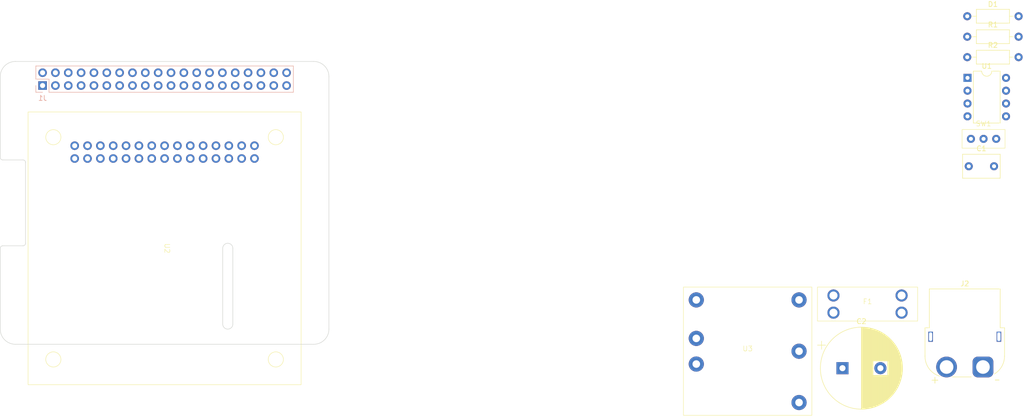
<source format=kicad_pcb>
(kicad_pcb (version 20240108) (generator "pcbnew") (generator_version "8.0")
  (title_block (date "15 nov 2012"))
  (layers (0 "F.Cu" signal) (31 "B.Cu" signal) (34 "B.Paste" user) (35 "F.Paste" user) (36 "B.SilkS" user "B.Silkscreen") (37 "F.SilkS" user "F.Silkscreen") (38 "B.Mask" user) (39 "F.Mask" user) (44 "Edge.Cuts" user))
  (net 0 "")
  (net 1 "GND")
  (net 2 "/GPIO2{slash}SDA1")
  (net 3 "/GPIO3{slash}SCL1")
  (net 4 "/GPIO4{slash}GPCLK0")
  (net 5 "/GPIO14{slash}TXD0")
  (net 6 "/GPIO15{slash}RXD0")
  (net 7 "/GPIO17")
  (net 8 "/GPIO18{slash}PCM.CLK")
  (net 9 "/GPIO27")
  (net 10 "/GPIO22")
  (net 11 "/GPIO23")
  (net 12 "/GPIO24")
  (net 13 "/GPIO10{slash}SPI0.MOSI")
  (net 14 "/GPIO9{slash}SPI0.MISO")
  (net 15 "/GPIO25")
  (net 16 "/GPIO11{slash}SPI0.SCLK")
  (net 17 "/GPIO8{slash}SPI0.CE0")
  (net 18 "/GPIO7{slash}SPI0.CE1")
  (net 19 "/ID_SDA")
  (net 20 "/ID_SCL")
  (net 21 "/GPIO5")
  (net 22 "/GPIO6")
  (net 23 "/GPIO12{slash}PWM0")
  (net 24 "/GPIO13{slash}PWM1")
  (net 25 "/GPIO19{slash}PCM.FS")
  (net 26 "/GPIO16")
  (net 27 "/GPIO26")
  (net 28 "/GPIO20{slash}PCM.DIN")
  (net 29 "/GPIO21{slash}PCM.DOUT")
  (net 30 "+5V")
  (net 31 "+3V3")
  (net 32 "Net-(D1-K)")
  (net 33 "GND_BAT")
  (net 34 "Net-(J2-Pin_2)")
  (net 35 "Net-(SW1-B)")
  (footprint "MountingHole:MountingHole_2.7mm_M2.5" (layer "F.Cu") (at 161.5 47.5)
    (property "Reference" "MH2" (hide yes))
    (property "Value" "MountingHole_2.7mm_M2.5" (hide yes))
    (pad "" np_thru_hole circle (at 0 0) (size 2.7 2.7) (drill 2.7) (layers "*.Cu" "*.Mask"))
  )
  (footprint "Connector_AMASS:AMASS_XT60PW-F_1x02_P7.20mm_Horizontal" (layer "F.Cu") (at 294.35 104.5)
    (property "Reference" "J2" (at -3.6 -16.5 0) (layer "F.SilkS"))
    (property "Value" "Conn_01x02")
    (fp_line (start -11.46 -7.76) (end -11.46 -2.15) (stroke (width 0.12)) (layer "F.SilkS"))
    (fp_line (start -11.46 -7.76) (end -10.61 -7.76) (stroke (width 0.12)) (layer "F.SilkS"))
    (fp_line (start -10.61 -15.46) (end -10.61 -7.76) (stroke (width 0.12)) (layer "F.SilkS"))
    (fp_line (start -10.61 -15.46) (end 3.41 -15.46) (stroke (width 0.12)) (layer "F.SilkS"))
    (fp_line (start -6.05 1.96) (end -2.31 1.96) (stroke (width 0.12)) (layer "F.SilkS"))
    (fp_line (start 3.41 -15.46) (end 3.41 -7.76) (stroke (width 0.12)) (layer "F.SilkS"))
    (fp_line (start 3.41 -7.76) (end 4.26 -7.76) (stroke (width 0.12)) (layer "F.SilkS"))
    (fp_line (start 4.26 -7.76) (end 4.26 -2.15) (stroke (width 0.12)) (layer "F.SilkS"))
    (fp_arc (start -8.5899 1.808718) (mid -10.677645 0.302568) (end -11.46 -2.15) (stroke (width 0.12)) (layer "F.SilkS"))
    (fp_arc (start 4.26 -2.15) (mid 3.727162 -0.126139) (end 2.266806 1.372958) (stroke (width 0.12)) (layer "F.SilkS"))
    (fp_text user "-" (at 2.8 2.5 0) (layer "F.SilkS"))
    (fp_text user "+" (at -9.5 2.5 0) (layer "F.SilkS") (effects (font (size 1.5 1.5))))
    (pad "" thru_hole rect (at -10.35 -6) (size 0.9 2) (drill oval 0.6 1.7) (layers "*.Cu" "*.Mask"))
    (pad "" thru_hole rect (at 3.15 -6) (size 0.9 2) (drill oval 0.6 1.7) (layers "*.Cu" "*.Mask"))
    (pad "1" thru_hole roundrect (at 0 0) (size 4.1 4.1) (drill 2.7) (layers "*.Cu" "*.Mask") (net 33 "GND_BAT"))
    (pad "2" thru_hole circle (at -7.2 0) (size 4.1 4.1) (drill 2.7) (layers "*.Cu" "*.Mask") (net 34 "Net-(J2-Pin_2)"))
  )
  (footprint "Package_DIP:DIP-8_W7.62mm" (layer "F.Cu") (at 291.29 47.25)
    (property "Reference" "U1" (at 3.81 -2.33 0) (layer "F.SilkS"))
    (property "Value" "24LC256")
    (fp_line (start 1.16 -1.33) (end 1.16 8.95) (stroke (width 0.12)) (layer "F.SilkS"))
    (fp_line (start 1.16 8.95) (end 6.46 8.95) (stroke (width 0.12)) (layer "F.SilkS"))
    (fp_line (start 2.81 -1.33) (end 1.16 -1.33) (stroke (width 0.12)) (layer "F.SilkS"))
    (fp_line (start 6.46 -1.33) (end 4.81 -1.33) (stroke (width 0.12)) (layer "F.SilkS"))
    (fp_line (start 6.46 8.95) (end 6.46 -1.33) (stroke (width 0.12)) (layer "F.SilkS"))
    (fp_arc (start 4.81 -1.33) (mid 3.81 -0.33) (end 2.81 -1.33) (stroke (width 0.12)) (layer "F.SilkS"))
    (pad "1" thru_hole rect (at 0 0) (size 1.6 1.6) (drill 0.8) (layers "*.Cu" "*.Mask"))
    (pad "2" thru_hole oval (at 0 2.54) (size 1.6 1.6) (drill 0.8) (layers "*.Cu" "*.Mask"))
    (pad "3" thru_hole oval (at 0 5.08) (size 1.6 1.6) (drill 0.8) (layers "*.Cu" "*.Mask"))
    (pad "4" thru_hole oval (at 0 7.62) (size 1.6 1.6) (drill 0.8) (layers "*.Cu" "*.Mask") (net 1 "GND"))
    (pad "5" thru_hole oval (at 7.62 7.62) (size 1.6 1.6) (drill 0.8) (layers "*.Cu" "*.Mask") (net 19 "/ID_SDA"))
    (pad "6" thru_hole oval (at 7.62 5.08) (size 1.6 1.6) (drill 0.8) (layers "*.Cu" "*.Mask") (net 20 "/ID_SCL"))
    (pad "7" thru_hole oval (at 7.62 2.54) (size 1.6 1.6) (drill 0.8) (layers "*.Cu" "*.Mask") (net 35 "Net-(SW1-B)"))
    (pad "8" thru_hole oval (at 7.62 0) (size 1.6 1.6) (drill 0.8) (layers "*.Cu" "*.Mask") (net 31 "+3V3"))
  )
  (footprint "Resistor_THT:R_Axial_DIN0207_L6.3mm_D2.5mm_P10.16mm_Horizontal" (layer "F.Cu") (at 291.24 39.1)
    (property "Reference" "R1" (at 5.08 -2.37 0) (layer "F.SilkS"))
    (property "Value" "3.9k")
    (fp_line (start 1.04 0) (end 1.81 0) (stroke (width 0.12)) (layer "F.SilkS"))
    (fp_line (start 1.81 -1.37) (end 1.81 1.37) (stroke (width 0.12)) (layer "F.SilkS"))
    (fp_line (start 1.81 1.37) (end 8.35 1.37) (stroke (width 0.12)) (layer "F.SilkS"))
    (fp_line (start 8.35 -1.37) (end 1.81 -1.37) (stroke (width 0.12)) (layer "F.SilkS"))
    (fp_line (start 8.35 1.37) (end 8.35 -1.37) (stroke (width 0.12)) (layer "F.SilkS"))
    (fp_line (start 9.12 0) (end 8.35 0) (stroke (width 0.12)) (layer "F.SilkS"))
    (pad "1" thru_hole circle (at 0 0) (size 1.6 1.6) (drill 0.8) (layers "*.Cu" "*.Mask") (net 31 "+3V3"))
    (pad "2" thru_hole oval (at 10.16 0) (size 1.6 1.6) (drill 0.8) (layers "*.Cu" "*.Mask") (net 19 "/ID_SDA"))
  )
  (footprint "Capacitor_THT:C_Rect_L7.2mm_W4.5mm_P5.00mm_FKS2_FKP2_MKS2_MKP2" (layer "F.Cu") (at 291.54 64.75)
    (property "Reference" "C1" (at 2.5 -3.5 0) (layer "F.SilkS"))
    (property "Value" "100n")
    (fp_line (start -1.22 -2.37) (end -1.22 2.37) (stroke (width 0.12)) (layer "F.SilkS"))
    (fp_line (start -1.22 -2.37) (end 6.22 -2.37) (stroke (width 0.12)) (layer "F.SilkS"))
    (fp_line (start -1.22 2.37) (end 6.22 2.37) (stroke (width 0.12)) (layer "F.SilkS"))
    (fp_line (start 6.22 -2.37) (end 6.22 2.37) (stroke (width 0.12)) (layer "F.SilkS"))
    (pad "1" thru_hole circle (at 0 0) (size 1.6 1.6) (drill 0.8) (layers "*.Cu" "*.Mask") (net 31 "+3V3"))
    (pad "2" thru_hole circle (at 5 0) (size 1.6 1.6) (drill 0.8) (layers "*.Cu" "*.Mask") (net 1 "GND"))
  )
  (footprint "Resistor_THT:R_Axial_DIN0207_L6.3mm_D2.5mm_P10.16mm_Horizontal" (layer "F.Cu") (at 291.24 43.15)
    (property "Reference" "R2" (at 5.08 -2.37 0) (layer "F.SilkS"))
    (property "Value" "3.9k")
    (fp_line (start 1.04 0) (end 1.81 0) (stroke (width 0.12)) (layer "F.SilkS"))
    (fp_line (start 1.81 -1.37) (end 1.81 1.37) (stroke (width 0.12)) (layer "F.SilkS"))
    (fp_line (start 1.81 1.37) (end 8.35 1.37) (stroke (width 0.12)) (layer "F.SilkS"))
    (fp_line (start 8.35 -1.37) (end 1.81 -1.37) (stroke (width 0.12)) (layer "F.SilkS"))
    (fp_line (start 8.35 1.37) (end 8.35 -1.37) (stroke (width 0.12)) (layer "F.SilkS"))
    (fp_line (start 9.12 0) (end 8.35 0) (stroke (width 0.12)) (layer "F.SilkS"))
    (pad "1" thru_hole circle (at 0 0) (size 1.6 1.6) (drill 0.8) (layers "*.Cu" "*.Mask") (net 31 "+3V3"))
    (pad "2" thru_hole oval (at 10.16 0) (size 1.6 1.6) (drill 0.8) (layers "*.Cu" "*.Mask") (net 20 "/ID_SCL"))
  )
  (footprint "MountingHole:MountingHole_2.7mm_M2.5" (layer "F.Cu") (at 103.5 96.5)
    (property "Reference" "MH3" (hide yes))
    (property "Value" "MountingHole_2.7mm_M2.5" (hide yes))
    (pad "" np_thru_hole circle (at 0 0) (size 2.7 2.7) (drill 2.7) (layers "*.Cu" "*.Mask"))
  )
  (footprint "SS-12D00G3:SS-12D00G3" (layer "F.Cu") (at 294.465 59.325)
    (property "Reference" "SW1" (at 0 -3 0) (layer "F.SilkS") (effects (font (thickness 0.1))))
    (property "Value" "SW_WP")
    (fp_rect (start -4.25 -1.85) (end 4.25 1.85) (stroke (width 0.1)) (fill none) (layer "F.SilkS"))
    (pad "1" thru_hole circle (at -2.5 0) (size 1.6 1.6) (drill 0.8) (layers "*.Cu" "*.Mask") (net 31 "+3V3"))
    (pad "2" thru_hole circle (at 0 0) (size 1.6 1.6) (drill 0.8) (layers "*.Cu" "*.Mask") (net 35 "Net-(SW1-B)"))
    (pad "3" thru_hole circle (at 2.5 0) (size 1.6 1.6) (drill 0.8) (layers "*.Cu" "*.Mask") (net 1 "GND"))
  )
  (footprint "MountingHole:MountingHole_2.7mm_M2.5" (layer "F.Cu") (at 103.5 47.5)
    (property "Reference" "MH1" (hide yes))
    (property "Value" "MountingHole_2.7mm_M2.5" (hide yes))
    (pad "" np_thru_hole circle (at 0 0) (size 2.7 2.7) (drill 2.7) (layers "*.Cu" "*.Mask"))
  )
  (footprint "Capacitor_THT:CP_Radial_D16.0mm_P7.50mm" (layer "F.Cu") (at 266.564491 104.73)
    (property "Reference" "C2" (at 3.75 -9.25 0) (layer "F.SilkS"))
    (property "Value" "C_Polarized")
    (fp_line (start -4.939491 -4.555) (end -3.339491 -4.555) (stroke (width 0.12)) (layer "F.SilkS"))
    (fp_line (start -4.139491 -5.355) (end -4.139491 -3.755) (stroke (width 0.12)) (layer "F.SilkS"))
    (fp_line (start 3.75 -8.081) (end 3.75 8.081) (stroke (width 0.12)) (layer "F.SilkS"))
    (fp_line (start 3.79 -8.08) (end 3.79 8.08) (stroke (width 0.12)) (layer "F.SilkS"))
    (fp_line (start 3.83 -8.08) (end 3.83 8.08) (stroke (width 0.12)) (layer "F.SilkS"))
    (fp_line (start 3.87 -8.08) (end 3.87 8.08) (stroke (width 0.12)) (layer "F.SilkS"))
    (fp_line (start 3.91 -8.079) (end 3.91 8.079) (stroke (width 0.12)) (layer "F.SilkS"))
    (fp_line (start 3.95 -8.078) (end 3.95 8.078) (stroke (width 0.12)) (layer "F.SilkS"))
    (fp_line (start 3.99 -8.077) (end 3.99 8.077) (stroke (width 0.12)) (layer "F.SilkS"))
    (fp_line (start 4.03 -8.076) (end 4.03 8.076) (stroke (width 0.12)) (layer "F.SilkS"))
    (fp_line (start 4.07 -8.074) (end 4.07 8.074) (stroke (width 0.12)) (layer "F.SilkS"))
    (fp_line (start 4.11 -8.073) (end 4.11 8.073) (stroke (width 0.12)) (layer "F.SilkS"))
    (fp_line (start 4.15 -8.071) (end 4.15 8.071) (stroke (width 0.12)) (layer "F.SilkS"))
    (fp_line (start 4.19 -8.069) (end 4.19 8.069) (stroke (width 0.12)) (layer "F.SilkS"))
    (fp_line (start 4.23 -8.066) (end 4.23 8.066) (stroke (width 0.12)) (layer "F.SilkS"))
    (fp_line (start 4.27 -8.064) (end 4.27 8.064) (stroke (width 0.12)) (layer "F.SilkS"))
    (fp_line (start 4.31 -8.061) (end 4.31 8.061) (stroke (width 0.12)) (layer "F.SilkS"))
    (fp_line (start 4.35 -8.058) (end 4.35 8.058) (stroke (width 0.12)) (layer "F.SilkS"))
    (fp_line (start 4.39 -8.055) (end 4.39 8.055) (stroke (width 0.12)) (layer "F.SilkS"))
    (fp_line (start 4.43 -8.052) (end 4.43 8.052) (stroke (width 0.12)) (layer "F.SilkS"))
    (fp_line (start 4.471 -8.049) (end 4.471 8.049) (stroke (width 0.12)) (layer "F.SilkS"))
    (fp_line (start 4.511 -8.045) (end 4.511 8.045) (stroke (width 0.12)) (layer "F.SilkS"))
    (fp_line (start 4.551 -8.041) (end 4.551 8.041) (stroke (width 0.12)) (layer "F.SilkS"))
    (fp_line (start 4.591 -8.037) (end 4.591 8.037) (stroke (width 0.12)) (layer "F.SilkS"))
    (fp_line (start 4.631 -8.033) (end 4.631 8.033) (stroke (width 0.12)) (layer "F.SilkS"))
    (fp_line (start 4.671 -8.028) (end 4.671 8.028) (stroke (width 0.12)) (layer "F.SilkS"))
    (fp_line (start 4.711 -8.024) (end 4.711 8.024) (stroke (width 0.12)) (layer "F.SilkS"))
    (fp_line (start 4.751 -8.019) (end 4.751 8.019) (stroke (width 0.12)) (layer "F.SilkS"))
    (fp_line (start 4.791 -8.014) (end 4.791 8.014) (stroke (width 0.12)) (layer "F.SilkS"))
    (fp_line (start 4.831 -8.008) (end 4.831 8.008) (stroke (width 0.12)) (layer "F.SilkS"))
    (fp_line (start 4.871 -8.003) (end 4.871 8.003) (stroke (width 0.12)) (layer "F.SilkS"))
    (fp_line (start 4.911 -7.997) (end 4.911 7.997) (stroke (width 0.12)) (layer "F.SilkS"))
    (fp_line (start 4.951 -7.991) (end 4.951 7.991) (stroke (width 0.12)) (layer "F.SilkS"))
    (fp_line (start 4.991 -7.985) (end 4.991 7.985) (stroke (width 0.12)) (layer "F.SilkS"))
    (fp_line (start 5.031 -7.979) (end 5.031 7.979) (stroke (width 0.12)) (layer "F.SilkS"))
    (fp_line (start 5.071 -7.972) (end 5.071 7.972) (stroke (width 0.12)) (layer "F.SilkS"))
    (fp_line (start 5.111 -7.966) (end 5.111 7.966) (stroke (width 0.12)) (layer "F.SilkS"))
    (fp_line (start 5.151 -7.959) (end 5.151 7.959) (stroke (width 0.12)) (layer "F.SilkS"))
    (fp_line (start 5.191 -7.952) (end 5.191 7.952) (stroke (width 0.12)) (layer "F.SilkS"))
    (fp_line (start 5.231 -7.944) (end 5.231 7.944) (stroke (width 0.12)) (layer "F.SilkS"))
    (fp_line (start 5.271 -7.937) (end 5.271 7.937) (stroke (width 0.12)) (layer "F.SilkS"))
    (fp_line (start 5.311 -7.929) (end 5.311 7.929) (stroke (width 0.12)) (layer "F.SilkS"))
    (fp_line (start 5.351 -7.921) (end 5.351 7.921) (stroke (width 0.12)) (layer "F.SilkS"))
    (fp_line (start 5.391 -7.913) (end 5.391 7.913) (stroke (width 0.12)) (layer "F.SilkS"))
    (fp_line (start 5.431 -7.905) (end 5.431 7.905) (stroke (width 0.12)) (layer "F.SilkS"))
    (fp_line (start 5.471 -7.896) (end 5.471 7.896) (stroke (width 0.12)) (layer "F.SilkS"))
    (fp_line (start 5.511 -7.887) (end 5.511 7.887) (stroke (width 0.12)) (layer "F.SilkS"))
    (fp_line (start 5.551 -7.878) (end 5.551 7.878) (stroke (width 0.12)) (layer "F.SilkS"))
    (fp_line (start 5.591 -7.869) (end 5.591 7.869) (stroke (width 0.12)) (layer "F.SilkS"))
    (fp_line (start 5.631 -7.86) (end 5.631 7.86) (stroke (width 0.12)) (layer "F.SilkS"))
    (fp_line (start 5.671 -7.85) (end 5.671 7.85) (stroke (width 0.12)) (layer "F.SilkS"))
    (fp_line (start 5.711 -7.84) (end 5.711 7.84) (stroke (width 0.12)) (layer "F.SilkS"))
    (fp_line (start 5.751 -7.83) (end 5.751 7.83) (stroke (width 0.12)) (layer "F.SilkS"))
    (fp_line (start 5.791 -7.82) (end 5.791 7.82) (stroke (width 0.12)) (layer "F.SilkS"))
    (fp_line (start 5.831 -7.81) (end 5.831 7.81) (stroke (width 0.12)) (layer "F.SilkS"))
    (fp_line (start 5.871 -7.799) (end 5.871 7.799) (stroke (width 0.12)) (layer "F.SilkS"))
    (fp_line (start 5.911 -7.788) (end 5.911 7.788) (stroke (width 0.12)) (layer "F.SilkS"))
    (fp_line (start 5.951 -7.777) (end 5.951 7.777) (stroke (width 0.12)) (layer "F.SilkS"))
    (fp_line (start 5.991 -7.765) (end 5.991 7.765) (stroke (width 0.12)) (layer "F.SilkS"))
    (fp_line (start 6.031 -7.754) (end 6.031 7.754) (stroke (width 0.12)) (layer "F.SilkS"))
    (fp_line (start 6.071 -7.742) (end 6.071 -1.44) (stroke (width 0.12)) (layer "F.SilkS"))
    (fp_line (start 6.071 1.44) (end 6.071 7.742) (stroke (width 0.12)) (layer "F.SilkS"))
    (fp_line (start 6.111 -7.73) (end 6.111 -1.44) (stroke (width 0.12)) (layer "F.SilkS"))
    (fp_line (start 6.111 1.44) (end 6.111 7.73) (stroke (width 0.12)) (layer "F.SilkS"))
    (fp_line (start 6.151 -7.718) (end 6.151 -1.44) (stroke (width 0.12)) (layer "F.SilkS"))
    (fp_line (start 6.151 1.44) (end 6.151 7.718) (stroke (width 0.12)) (layer "F.SilkS"))
    (fp_line (start 6.191 -7.705) (end 6.191 -1.44) (stroke (width 0.12)) (layer "F.SilkS"))
    (fp_line (start 6.191 1.44) (end 6.191 7.705) (stroke (width 0.12)) (layer "F.SilkS"))
    (fp_line (start 6.231 -7.693) (end 6.231 -1.44) (stroke (width 0.12)) (layer "F.SilkS"))
    (fp_line (start 6.231 1.44) (end 6.231 7.693) (stroke (width 0.12)) (layer "F.SilkS"))
    (fp_line (start 6.271 -7.68) (end 6.271 -1.44) (stroke (width 0.12)) (layer "F.SilkS"))
    (fp_line (start 6.271 1.44) (end 6.271 7.68) (stroke (width 0.12)) (layer "F.SilkS"))
    (fp_line (start 6.311 -7.666) (end 6.311 -1.44) (stroke (width 0.12)) (layer "F.SilkS"))
    (fp_line (start 6.311 1.44) (end 6.311 7.666) (stroke (width 0.12)) (layer "F.SilkS"))
    (fp_line (start 6.351 -7.653) (end 6.351 -1.44) (stroke (width 0.12)) (layer "F.SilkS"))
    (fp_line (start 6.351 1.44) (end 6.351 7.653) (stroke (width 0.12)) (layer "F.SilkS"))
    (fp_line (start 6.391 -7.639) (end 6.391 -1.44) (stroke (width 0.12)) (layer "F.SilkS"))
    (fp_line (start 6.391 1.44) (end 6.391 7.639) (stroke (width 0.12)) (layer "F.SilkS"))
    (fp_line (start 6.431 -7.625) (end 6.431 -1.44) (stroke (width 0.12)) (layer "F.SilkS"))
    (fp_line (start 6.431 1.44) (end 6.431 7.625) (stroke (width 0.12)) (layer "F.SilkS"))
    (fp_line (start 6.471 -7.611) (end 6.471 -1.44) (stroke (width 0.12)) (layer "F.SilkS"))
    (fp_line (start 6.471 1.44) (end 6.471 7.611) (stroke (width 0.12)) (layer "F.SilkS"))
    (fp_line (start 6.511 -7.597) (end 6.511 -1.44) (stroke (width 0.12)) (layer "F.SilkS"))
    (fp_line (start 6.511 1.44) (end 6.511 7.597) (stroke (width 0.12)) (layer "F.SilkS"))
    (fp_line (start 6.551 -7.582) (end 6.551 -1.44) (stroke (width 0.12)) (layer "F.SilkS"))
    (fp_line (start 6.551 1.44) (end 6.551 7.582) (stroke (width 0.12)) (layer "F.SilkS"))
    (fp_line (start 6.591 -7.568) (end 6.591 -1.44) (stroke (width 0.12)) (layer "F.SilkS"))
    (fp_line (start 6.591 1.44) (end 6.591 7.568) (stroke (width 0.12)) (layer "F.SilkS"))
    (fp_line (start 6.631 -7.553) (end 6.631 -1.44) (stroke (width 0.12)) (layer "F.SilkS"))
    (fp_line (start 6.631 1.44) (end 6.631 7.553) (stroke (width 0.12)) (layer "F.SilkS"))
    (fp_line (start 6.671 -7.537) (end 6.671 -1.44) (stroke (width 0.12)) (layer "F.SilkS"))
    (fp_line (start 6.671 1.44) (end 6.671 7.537) (stroke (width 0.12)) (layer "F.SilkS"))
    (fp_line (start 6.711 -7.522) (end 6.711 -1.44) (stroke (width 0.12)) (layer "F.SilkS"))
    (fp_line (start 6.711 1.44) (end 6.711 7.522) (stroke (width 0.12)) (layer "F.SilkS"))
    (fp_line (start 6.751 -7.506) (end 6.751 -1.44) (stroke (width 0.12)) (layer "F.SilkS"))
    (fp_line (start 6.751 1.44) (end 6.751 7.506) (stroke (width 0.12)) (layer "F.SilkS"))
    (fp_line (start 6.791 -7.49) (end 6.791 -1.44) (stroke (width 0.12)) (layer "F.SilkS"))
    (fp_line (start 6.791 1.44) (end 6.791 7.49) (stroke (width 0.12)) (layer "F.SilkS"))
    (fp_line (start 6.831 -7.474) (end 6.831 -1.44) (stroke (width 0.12)) (layer "F.SilkS"))
    (fp_line (start 6.831 1.44) (end 6.831 7.474) (stroke (width 0.12)) (layer "F.SilkS"))
    (fp_line (start 6.871 -7.457) (end 6.871 -1.44) (stroke (width 0.12)) (layer "F.SilkS"))
    (fp_line (start 6.871 1.44) (end 6.871 7.457) (stroke (width 0.12)) (layer "F.SilkS"))
    (fp_line (start 6.911 -7.44) (end 6.911 -1.44) (stroke (width 0.12)) (layer "F.SilkS"))
    (fp_line (start 6.911 1.44) (end 6.911 7.44) (stroke (width 0.12)) (layer "F.SilkS"))
    (fp_line (start 6.951 -7.423) (end 6.951 -1.44) (stroke (width 0.12)) (layer "F.SilkS"))
    (fp_line (start 6.951 1.44) (end 6.951 7.423) (stroke (width 0.12)) (layer "F.SilkS"))
    (fp_line (start 6.991 -7.406) (end 6.991 -1.44) (stroke (width 0.12)) (layer "F.SilkS"))
    (fp_line (start 6.991 1.44) (end 6.991 7.406) (stroke (width 0.12)) (layer "F.SilkS"))
    (fp_line (start 7.031 -7.389) (end 7.031 -1.44) (stroke (width 0.12)) (layer "F.SilkS"))
    (fp_line (start 7.031 1.44) (end 7.031 7.389) (stroke (width 0.12)) (layer "F.SilkS"))
    (fp_line (start 7.071 -7.371) (end 7.071 -1.44) (stroke (width 0.12)) (layer "F.SilkS"))
    (fp_line (start 7.071 1.44) (end 7.071 7.371) (stroke (width 0.12)) (layer "F.SilkS"))
    (fp_line (start 7.111 -7.353) (end 7.111 -1.44) (stroke (width 0.12)) (layer "F.SilkS"))
    (fp_line (start 7.111 1.44) (end 7.111 7.353) (stroke (width 0.12)) (layer "F.SilkS"))
    (fp_line (start 7.151 -7.334) (end 7.151 -1.44) (stroke (width 0.12)) (layer "F.SilkS"))
    (fp_line (start 7.151 1.44) (end 7.151 7.334) (stroke (width 0.12)) (layer "F.SilkS"))
    (fp_line (start 7.191 -7.316) (end 7.191 -1.44) (stroke (width 0.12)) (layer "F.SilkS"))
    (fp_line (start 7.191 1.44) (end 7.191 7.316) (stroke (width 0.12)) (layer "F.SilkS"))
    (fp_line (start 7.231 -7.297) (end 7.231 -1.44) (stroke (width 0.12)) (layer "F.SilkS"))
    (fp_line (start 7.231 1.44) (end 7.231 7.297) (stroke (width 0.12)) (layer "F.SilkS"))
    (fp_line (start 7.271 -7.278) (end 7.271 -1.44) (stroke (width 0.12)) (layer "F.SilkS"))
    (fp_line (start 7.271 1.44) (end 7.271 7.278) (stroke (width 0.12)) (layer "F.SilkS"))
    (fp_line (start 7.311 -7.258) (end 7.311 -1.44) (stroke (width 0.12)) (layer "F.SilkS"))
    (fp_line (start 7.311 1.44) (end 7.311 7.258) (stroke (width 0.12)) (layer "F.SilkS"))
    (fp_line (start 7.351 -7.239) (end 7.351 -1.44) (stroke (width 0.12)) (layer "F.SilkS"))
    (fp_line (start 7.351 1.44) (end 7.351 7.239) (stroke (width 0.12)) (layer "F.SilkS"))
    (fp_line (start 7.391 -7.219) (end 7.391 -1.44) (stroke (width 0.12)) (layer "F.SilkS"))
    (fp_line (start 7.391 1.44) (end 7.391 7.219) (stroke (width 0.12)) (layer "F.SilkS"))
    (fp_line (start 7.431 -7.199) (end 7.431 -1.44) (stroke (width 0.12)) (layer "F.SilkS"))
    (fp_line (start 7.431 1.44) (end 7.431 7.199) (stroke (width 0.12)) (layer "F.SilkS"))
    (fp_line (start 7.471 -7.178) (end 7.471 -1.44) (stroke (width 0.12)) (layer "F.SilkS"))
    (fp_line (start 7.471 1.44) (end 7.471 7.178) (stroke (width 0.12)) (layer "F.SilkS"))
    (fp_line (start 7.511 -7.157) (end 7.511 -1.44) (stroke (width 0.12)) (layer "F.SilkS"))
    (fp_line (start 7.511 1.44) (end 7.511 7.157) (stroke (width 0.12)) (layer "F.SilkS"))
    (fp_line (start 7.551 -7.136) (end 7.551 -1.44) (stroke (width 0.12)) (layer "F.SilkS"))
    (fp_line (start 7.551 1.44) (end 7.551 7.136) (stroke (width 0.12)) (layer "F.SilkS"))
    (fp_line (start 7.591 -7.115) (end 7.591 -1.44) (stroke (width 0.12)) (layer "F.SilkS"))
    (fp_line (start 7.591 1.44) (end 7.591 7.115) (stroke (width 0.12)) (layer "F.SilkS"))
    (fp_line (start 7.631 -7.094) (end 7.631 -1.44) (stroke (width 0.12)) (layer "F.SilkS"))
    (fp_line (start 7.631 1.44) (end 7.631 7.094) (stroke (width 0.12)) (layer "F.SilkS"))
    (fp_line (start 7.671 -7.072) (end 7.671 -1.44) (stroke (width 0.12)) (layer "F.SilkS"))
    (fp_line (start 7.671 1.44) (end 7.671 7.072) (stroke (width 0.12)) (layer "F.SilkS"))
    (fp_line (start 7.711 -7.049) (end 7.711 -1.44) (stroke (width 0.12)) (layer "F.SilkS"))
    (fp_line (start 7.711 1.44) (end 7.711 7.049) (stroke (width 0.12)) (layer "F.SilkS"))
    (fp_line (start 7.751 -7.027) (end 7.751 -1.44) (stroke (width 0.12)) (layer "F.SilkS"))
    (fp_line (start 7.751 1.44) (end 7.751 7.027) (stroke (width 0.12)) (layer "F.SilkS"))
    (fp_line (start 7.791 -7.004) (end 7.791 -1.44) (stroke (width 0.12)) (layer "F.SilkS"))
    (fp_line (start 7.791 1.44) (end 7.791 7.004) (stroke (width 0.12)) (layer "F.SilkS"))
    (fp_line (start 7.831 -6.981) (end 7.831 -1.44) (stroke (width 0.12)) (layer "F.SilkS"))
    (fp_line (start 7.831 1.44) (end 7.831 6.981) (stroke (width 0.12)) (layer "F.SilkS"))
    (fp_line (start 7.871 -6.958) (end 7.871 -1.44) (stroke (width 0.12)) (layer "F.SilkS"))
    (fp_line (start 7.871 1.44) (end 7.871 6.958) (stroke (width 0.12)) (layer "F.SilkS"))
    (fp_line (start 7.911 -6.934) (end 7.911 -1.44) (stroke (width 0.12)) (layer "F.SilkS"))
    (fp_line (start 7.911 1.44) (end 7.911 6.934) (stroke (width 0.12)) (layer "F.SilkS"))
    (fp_line (start 7.951 -6.91) (end 7.951 -1.44) (stroke (width 0.12)) (layer "F.SilkS"))
    (fp_line (start 7.951 1.44) (end 7.951 6.91) (stroke (width 0.12)) (layer "F.SilkS"))
    (fp_line (start 7.991 -6.886) (end 7.991 -1.44) (stroke (width 0.12)) (layer "F.SilkS"))
    (fp_line (start 7.991 1.44) (end 7.991 6.886) (stroke (width 0.12)) (layer "F.SilkS"))
    (fp_line (start 8.031 -6.861) (end 8.031 -1.44) (stroke (width 0.12)) (layer "F.SilkS"))
    (fp_line (start 8.031 1.44) (end 8.031 6.861) (stroke (width 0.12)) (layer "F.SilkS"))
    (fp_line (start 8.071 -6.836) (end 8.071 -1.44) (stroke (width 0.12)) (layer "F.SilkS"))
    (fp_line (start 8.071 1.44) (end 8.071 6.836) (stroke (width 0.12)) (layer "F.SilkS"))
    (fp_line (start 8.111 -6.811) (end 8.111 -1.44) (stroke (width 0.12)) (layer "F.SilkS"))
    (fp_line (start 8.111 1.44) (end 8.111 6.811) (stroke (width 0.12)) (layer "F.SilkS"))
    (fp_line (start 8.151 -6.785) (end 8.151 -1.44) (stroke (width 0.12)) (layer "F.SilkS"))
    (fp_line (start 8.151 1.44) (end 8.151 6.785) (stroke (width 0.12)) (layer "F.SilkS"))
    (fp_line (start 8.191 -6.759) (end 8.191 -1.44) (stroke (width 0.12)) (layer "F.SilkS"))
    (fp_line (start 8.191 1.44) (end 8.191 6.759) (stroke (width 0.12)) (layer "F.SilkS"))
    (fp_line (start 8.231 -6.733) (end 8.231 -1.44) (stroke (width 0.12)) (layer "F.SilkS"))
    (fp_line (start 8.231 1.44) (end 8.231 6.733) (stroke (width 0.12)) (layer "F.SilkS"))
    (fp_line (start 8.271 -6.706) (end 8.271 -1.44) (stroke (width 0.12)) (layer "F.SilkS"))
    (fp_line (start 8.271 1.44) (end 8.271 6.706) (stroke (width 0.12)) (layer "F.SilkS"))
    (fp_line (start 8.311 -6.679) (end 8.311 -1.44) (stroke (width 0.12)) (layer "F.SilkS"))
    (fp_line (start 8.311 1.44) (end 8.311 6.679) (stroke (width 0.12)) (layer "F.SilkS"))
    (fp_line (start 8.351 -6.652) (end 8.351 -1.44) (stroke (width 0.12)) (layer "F.SilkS"))
    (fp_line (start 8.351 1.44) (end 8.351 6.652) (stroke (width 0.12)) (layer "F.SilkS"))
    (fp_line (start 8.391 -6.624) (end 8.391 -1.44) (stroke (width 0.12)) (layer "F.SilkS"))
    (fp_line (start 8.391 1.44) (end 8.391 6.624) (stroke (width 0.12)) (layer "F.SilkS"))
    (fp_line (start 8.431 -6.596) (end 8.431 -1.44) (stroke (width 0.12)) (layer "F.SilkS"))
    (fp_line (start 8.431 1.44) (end 8.431 6.596) (stroke (width 0.12)) (layer "F.SilkS"))
    (fp_line (start 8.471 -6.568) (end 8.471 -1.44) (stroke (width 0.12)) (layer "F.SilkS"))
    (fp_line (start 8.471 1.44) (end 8.471 6.568) (stroke (width 0.12)) (layer "F.SilkS"))
    (fp_line (start 8.511 -6.539) (end 8.511 -1.44) (stroke (width 0.12)) (layer "F.SilkS"))
    (fp_line (start 8.511 1.44) (end 8.511 6.539) (stroke (width 0.12)) (layer "F.SilkS"))
    (fp_line (start 8.551 -6.51) (end 8.551 -1.44) (stroke (width 0.12)) (layer "F.SilkS"))
    (fp_line (start 8.551 1.44) (end 8.551 6.51) (stroke (width 0.12)) (layer "F.SilkS"))
    (fp_line (start 8.591 -6.48) (end 8.591 -1.44) (stroke (width 0.12)) (layer "F.SilkS"))
    (fp_line (start 8.591 1.44) (end 8.591 6.48) (stroke (width 0.12)) (layer "F.SilkS"))
    (fp_line (start 8.631 -6.45) (end 8.631 -1.44) (stroke (width 0.12)) (layer "F.SilkS"))
    (fp_line (start 8.631 1.44) (end 8.631 6.45) (stroke (width 0.12)) (layer "F.SilkS"))
    (fp_line (start 8.671 -6.42) (end 8.671 -1.44) (stroke (width 0.12)) (layer "F.SilkS"))
    (fp_line (start 8.671 1.44) (end 8.671 6.42) (stroke (width 0.12)) (layer "F.SilkS"))
    (fp_line (start 8.711 -6.39) (end 8.711 -1.44) (stroke (width 0.12)) (layer "F.SilkS"))
    (fp_line (start 8.711 1.44) (end 8.711 6.39) (stroke (width 0.12)) (layer "F.SilkS"))
    (fp_line (start 8.751 -6.358) (end 8.751 -1.44) (stroke (width 0.12)) (layer "F.SilkS"))
    (fp_line (start 8.751 1.44) (end 8.751 6.358) (stroke (width 0.12)) (layer "F.SilkS"))
    (fp_line (start 8.791 -6.327) (end 8.791 -1.44) (stroke (width 0.12)) (layer "F.SilkS"))
    (fp_line (start 8.791 1.44) (end 8.791 6.327) (stroke (width 0.12)) (layer "F.SilkS"))
    (fp_line (start 8.831 -6.295) (end 8.831 -1.44) (stroke (width 0.12)) (layer "F.SilkS"))
    (fp_line (start 8.831 1.44) (end 8.831 6.295) (stroke (width 0.12)) (layer "F.SilkS"))
    (fp_line (start 8.871 -6.263) (end 8.871 -1.44) (stroke (width 0.12)) (layer "F.SilkS"))
    (fp_line (start 8.871 1.44) (end 8.871 6.263) (stroke (width 0.12)) (layer "F.SilkS"))
    (fp_line (start 8.911 -6.23) (end 8.911 -1.44) (stroke (width 0.12)) (layer "F.SilkS"))
    (fp_line (start 8.911 1.44) (end 8.911 6.23) (stroke (width 0.12)) (layer "F.SilkS"))
    (fp_line (start 8.951 -6.197) (end 8.951 6.197) (stroke (width 0.12)) (layer "F.SilkS"))
    (fp_line (start 8.991 -6.163) (end 8.991 6.163) (stroke (width 0.12)) (layer "F.SilkS"))
    (fp_line (start 9.031 -6.129) (end 9.031 6.129) (stroke (width 0.12)) (layer "F.SilkS"))
    (fp_line (start 9.071 -6.095) (end 9.071 6.095) (stroke (width 0.12)) (layer "F.SilkS"))
    (fp_line (start 9.111 -6.06) (end 9.111 6.06) (stroke (width 0.12)) (layer "F.SilkS"))
    (fp_line (start 9.151 -6.025) (end 9.151 6.025) (stroke (width 0.12)) (layer "F.SilkS"))
    (fp_line (start 9.191 -5.989) (end 9.191 5.989) (stroke (width 0.12)) (layer "F.SilkS"))
    (fp_line (start 9.231 -5.952) (end 9.231 5.952) (stroke (width 0.12)) (layer "F.SilkS"))
    (fp_line (start 9.271 -5.916) (end 9.271 5.916) (stroke (width 0.12)) (layer "F.SilkS"))
    (fp_line (start 9.311 -5.878) (end 9.311 5.878) (stroke (width 0.12)) (layer "F.SilkS"))
    (fp_line (start 9.351 -5.84) (end 9.351 5.84) (stroke (width 0.12)) (layer "F.SilkS"))
    (fp_line (start 9.391 -5.802) (end 9.391 5.802) (stroke (width 0.12)) (layer "F.SilkS"))
    (fp_line (start 9.431 -5.763) (end 9.431 5.763) (stroke (width 0.12)) (layer "F.SilkS"))
    (fp_line (start 9.471 -5.724) (end 9.471 5.724) (stroke (width 0.12)) (layer "F.SilkS"))
    (fp_line (start 9.511 -5.684) (end 9.511 5.684) (stroke (width 0.12)) (layer "F.SilkS"))
    (fp_line (start 9.551 -5.643) (end 9.551 5.643) (stroke (width 0.12)) (layer "F.SilkS"))
    (fp_line (start 9.591 -5.602) (end 9.591 5.602) (stroke (width 0.12)) (layer "F.SilkS"))
    (fp_line (start 9.631 -5.56) (end 9.631 5.56) (stroke (width 0.12)) (layer "F.SilkS"))
    (fp_line (start 9.671 -5.518) (end 9.671 5.518) (stroke (width 0.12)) (layer "F.SilkS"))
    (fp_line (start 9.711 -5.475) (end 9.711 5.475) (stroke (width 0.12)) (layer "F.SilkS"))
    (fp_line (start 9.751 -5.432) (end 9.751 5.432) (stroke (width 0.12)) (layer "F.SilkS"))
    (fp_line (start 9.791 -5.388) (end 9.791 5.388) (stroke (width 0.12)) (layer "F.SilkS"))
    (fp_line (start 9.831 -5.343) (end 9.831 5.343) (stroke (width 0.12)) (layer "F.SilkS"))
    (fp_line (start 9.871 -5.297) (end 9.871 5.297) (stroke (width 0.12)) (layer "F.SilkS"))
    (fp_line (start 9.911 -5.251) (end 9.911 5.251) (stroke (width 0.12)) (layer "F.SilkS"))
    (fp_line (start 9.951 -5.204) (end 9.951 5.204) (stroke (width 0.12)) (layer "F.SilkS"))
    (fp_line (start 9.991 -5.156) (end 9.991 5.156) (stroke (width 0.12)) (layer "F.SilkS"))
    (fp_line (start 10.031 -5.108) (end 10.031 5.108) (stroke (width 0.12)) (layer "F.SilkS"))
    (fp_line (start 10.071 -5.059) (end 10.071 5.059) (stroke (width 0.12)) (layer "F.SilkS"))
    (fp_line (start 10.111 -5.009) (end 10.111 5.009) (stroke (width 0.12)) (layer "F.SilkS"))
    (fp_line (start 10.151 -4.958) (end 10.151 4.958) (stroke (width 0.12)) (layer "F.SilkS"))
    (fp_line (start 10.191 -4.906) (end 10.191 4.906) (stroke (width 0.12)) (layer "F.SilkS"))
    (fp_line (start 10.231 -4.854) (end 10.231 4.854) (stroke (width 0.12)) (layer "F.SilkS"))
    (fp_line (start 10.271 -4.8) (end 10.271 4.8) (stroke (width 0.12)) (layer "F.SilkS"))
    (fp_line (start 10.311 -4.746) (end 10.311 4.746) (stroke (width 0.12)) (layer "F.SilkS"))
    (fp_line (start 10.351 -4.691) (end 10.351 4.691) (stroke (width 0.12)) (layer "F.SilkS"))
    (fp_line (start 10.391 -4.634) (end 10.391 4.634) (stroke (width 0.12)) (layer "F.SilkS"))
    (fp_line (start 10.431 -4.577) (end 10.431 4.577) (stroke (width 0.12)) (layer "F.SilkS"))
    (fp_line (start 10.471 -4.519) (end 10.471 4.519) (stroke (width 0.12)) (layer "F.SilkS"))
    (fp_line (start 10.511 -4.459) (end 10.511 4.459) (stroke (width 0.12)) (layer "F.SilkS"))
    (fp_line (start 10.551 -4.398) (end 10.551 4.398) (stroke (width 0.12)) (layer "F.SilkS"))
    (fp_line (start 10.591 -4.336) (end 10.591 4.336) (stroke (width 0.12)) (layer "F.SilkS"))
    (fp_line (start 10.631 -4.273) (end 10.631 4.273) (stroke (width 0.12)) (layer "F.SilkS"))
    (fp_line (start 10.671 -4.209) (end 10.671 4.209) (stroke (width 0.12)) (layer "F.SilkS"))
    (fp_line (start 10.711 -4.143) (end 10.711 4.143) (stroke (width 0.12)) (layer "F.SilkS"))
    (fp_line (start 10.751 -4.076) (end 10.751 4.076) (stroke (width 0.12)) (layer "F.SilkS"))
    (fp_line (start 10.791 -4.007) (end 10.791 4.007) (stroke (width 0.12)) (layer "F.SilkS"))
    (fp_line (start 10.831 -3.936) (end 10.831 3.936) (stroke (width 0.12)) (layer "F.SilkS"))
    (fp_line (start 10.871 -3.864) (end 10.871 3.864) (stroke (width 0.12)) (layer "F.SilkS"))
    (fp_line (start 10.911 -3.79) (end 10.911 3.79) (stroke (width 0.12)) (layer "F.SilkS"))
    (fp_line (start 10.951 -3.715) (end 10.951 3.715) (stroke (width 0.12)) (layer "F.SilkS"))
    (fp_line (start 10.991 -3.637) (end 10.991 3.637) (stroke (width 0.12)) (layer "F.SilkS"))
    (fp_line (start 11.031 -3.557) (end 11.031 3.557) (stroke (width 0.12)) (layer "F.SilkS"))
    (fp_line (start 11.071 -3.475) (end 11.071 3.475) (stroke (width 0.12)) (layer "F.SilkS"))
    (fp_line (start 11.111 -3.39) (end 11.111 3.39) (stroke (width 0.12)) (layer "F.SilkS"))
    (fp_line (start 11.151 -3.303) (end 11.151 3.303) (stroke (width 0.12)) (layer "F.SilkS"))
    (fp_line (start 11.191 -3.213) (end 11.191 3.213) (stroke (width 0.12)) (layer "F.SilkS"))
    (fp_line (start 11.231 -3.12) (end 11.231 3.12) (stroke (width 0.12)) (layer "F.SilkS"))
    (fp_line (start 11.271 -3.024) (end 11.271 3.024) (stroke (width 0.12)) (layer "F.SilkS"))
    (fp_line (start 11.311 -2.924) (end 11.311 2.924) (stroke (width 0.12)) (layer "F.SilkS"))
    (fp_line (start 11.351 -2.82) (end 11.351 2.82) (stroke (width 0.12)) (layer "F.SilkS"))
    (fp_line (start 11.391 -2.711) (end 11.391 2.711) (stroke (width 0.12)) (layer "F.SilkS"))
    (fp_line (start 11.431 -2.597) (end 11.431 2.597) (stroke (width 0.12)) (layer "F.SilkS"))
    (fp_line (start 11.471 -2.478) (end 11.471 2.478) (stroke (width 0.12)) (layer "F.SilkS"))
    (fp_line (start 11.511 -2.351) (end 11.511 2.351) (stroke (width 0.12)) (layer "F.SilkS"))
    (fp_line (start 11.551 -2.218) (end 11.551 2.218) (stroke (width 0.12)) (layer "F.SilkS"))
    (fp_line (start 11.591 -2.074) (end 11.591 2.074) (stroke (width 0.12)) (layer "F.SilkS"))
    (fp_line (start 11.631 -1.92) (end 11.631 1.92) (stroke (width 0.12)) (layer "F.SilkS"))
    (fp_line (start 11.671 -1.752) (end 11.671 1.752) (stroke (width 0.12)) (layer "F.SilkS"))
    (fp_line (start 11.711 -1.564) (end 11.711 1.564) (stroke (width 0.12)) (layer "F.SilkS"))
    (fp_line (start 11.751 -1.351) (end 11.751 1.351) (stroke (width 0.12)) (layer "F.SilkS"))
    (fp_line (start 11.791 -1.098) (end 11.791 1.098) (stroke (width 0.12)) (layer "F.SilkS"))
    (fp_line (start 11.831 -0.765) (end 11.831 0.765) (stroke (width 0.12)) (layer "F.SilkS"))
    (fp_circle (center 3.75 0) (end 11.87 0) (stroke (width 0.12)) (fill none) (layer "F.SilkS"))
    (pad "1" thru_hole rect (at 0 0) (size 2.4 2.4) (drill 1.2) (layers "*.Cu" "*.Mask") (net 32 "Net-(D1-K)"))
    (pad "2" thru_hole circle (at 7.5 0) (size 2.4 2.4) (drill 1.2) (layers "*.Cu" "*.Mask") (net 33 "GND_BAT"))
  )
  (footprint "Resistor_THT:R_Axial_DIN0207_L6.3mm_D2.5mm_P10.16mm_Horizontal" (layer "F.Cu") (at 291.24 35.05)
    (property "Reference" "D1" (at 5.08 -2.37 0) (layer "F.SilkS"))
    (property "Value" "D_Schottky")
    (fp_line (start 1.04 0) (end 1.81 0) (stroke (width 0.12)) (layer "F.SilkS"))
    (fp_line (start 1.81 -1.37) (end 1.81 1.37) (stroke (width 0.12)) (layer "F.SilkS"))
    (fp_line (start 1.81 1.37) (end 8.35 1.37) (stroke (width 0.12)) (layer "F.SilkS"))
    (fp_line (start 8.35 -1.37) (end 1.81 -1.37) (stroke (width 0.12)) (layer "F.SilkS"))
    (fp_line (start 8.35 1.37) (end 8.35 -1.37) (stroke (width 0.12)) (layer "F.SilkS"))
    (fp_line (start 9.12 0) (end 8.35 0) (stroke (width 0.12)) (layer "F.SilkS"))
    (pad "1" thru_hole circle (at 0 0) (size 1.6 1.6) (drill 0.8) (layers "*.Cu" "*.Mask") (net 32 "Net-(D1-K)"))
    (pad "2" thru_hole oval (at 10.16 0) (size 1.6 1.6) (drill 0.8) (layers "*.Cu" "*.Mask") (net 33 "GND_BAT"))
  )
  (footprint "3557-15:3557-15" (layer "F.Cu") (at 271.52 92.04)
    (property "Reference" "F1" (at 0 -0.5 0) (layer "F.SilkS") (effects (font (thickness 0.1))))
    (property "Value" "Fuse")
    (fp_rect (start -9.905 -3.365) (end 9.905 3.365) (stroke (width 0.1)) (fill none) (layer "F.SilkS"))
    (pad "1" thru_hole circle (at -6.735 -1.7) (size 2.4 2.4) (drill 1.6) (layers "*.Cu" "*.Mask") (net 34 "Net-(J2-Pin_2)"))
    (pad "1" thru_hole circle (at -6.735 1.7) (size 2.4 2.4) (drill 1.6) (layers "*.Cu" "*.Mask") (net 34 "Net-(J2-Pin_2)"))
    (pad "2" thru_hole circle (at 6.735 -1.7) (size 2.4 2.4) (drill 1.6) (layers "*.Cu" "*.Mask") (net 32 "Net-(D1-K)"))
    (pad "2" thru_hole circle (at 6.735 1.7) (size 2.4 2.4) (drill 1.6) (layers "*.Cu" "*.Mask") (net 32 "Net-(D1-K)"))
  )
  (footprint "MountingHole:MountingHole_2.7mm_M2.5" (layer "F.Cu") (at 161.5 96.5)
    (property "Reference" "MH4" (hide yes))
    (property "Value" "MountingHole_2.7mm_M2.5" (hide yes))
    (pad "" np_thru_hole circle (at 0 0) (size 2.7 2.7) (drill 2.7) (layers "*.Cu" "*.Mask"))
  )
  (footprint "CCG30-24-05S:CCG30-24-05S" (layer "F.Cu") (at 247.815 101.375)
    (property "Reference" "U3" (at 0 -0.5 0) (layer "F.SilkS") (effects (font (thickness 0.1))))
    (property "Value" "CCG20-24-05S")
    (fp_rect (start -12.7 -12.7) (end 12.7 12.7) (stroke (width 0.1)) (fill none) (layer "F.SilkS"))
    (pad "0" thru_hole circle (at -10.16 -10.16) (size 3 3) (drill 1.5) (layers "*.Cu" "*.Mask") (net 33 "GND_BAT"))
    (pad "1" thru_hole circle (at -10.16 -2.54) (size 3 3) (drill 1.5) (layers "*.Cu" "*.Mask") (net 33 "GND_BAT"))
    (pad "2" thru_hole circle (at -10.16 2.54) (size 3 3) (drill 1.5) (layers "*.Cu" "*.Mask") (net 32 "Net-(D1-K)"))
    (pad "3" thru_hole circle (at 10.16 10.16) (size 3 3) (drill 1.5) (layers "*.Cu" "*.Mask"))
    (pad "4" thru_hole circle (at 10.16 0) (size 3 3) (drill 1.5) (layers "*.Cu" "*.Mask") (net 30 "+5V"))
    (pad "5" thru_hole circle (at 10.16 -10.16) (size 3 3) (drill 1.5) (layers "*.Cu" "*.Mask"))
  )
  (footprint "llm_hat:llm_module" (layer "F.Cu") (at 132.5 81 -90)
    (property "Reference" "U2" (at 0 -0.5 -90) (layer "F.SilkS") (effects (font (thickness 0.1))))
    (property "Value" "~")
    (fp_rect (start -27 -27) (end 27 27) (stroke (width 0.1)) (fill none) (layer "F.SilkS"))
    (fp_circle (center -22 22) (end -20.5 22) (stroke (width 0.1)) (fill none) (layer "F.SilkS"))
    (fp_circle (center 22 22) (end 23.5 22) (stroke (width 0.1)) (fill none) (layer "F.SilkS"))
    (fp_circle (center -22 -22) (end -20.5 -22) (stroke (width 0.1)) (fill none) (layer "F.SilkS"))
    (fp_circle (center 22 -22) (end 23.5 -22) (stroke (width 0.1)) (fill none) (layer "F.SilkS"))
    (pad "0" thru_hole circle (at -17.78 -17.78 270) (size 1.7 1.7) (drill 1) (layers "*.Cu" "*.Mask"))
    (pad "1" thru_hole circle (at -17.78 -15.24 270) (size 1.7 1.7) (drill 1) (layers "*.Cu" "*.Mask"))
    (pad "2" thru_hole circle (at -17.78 -12.7 270) (size 1.7 1.7) (drill 1) (layers "*.Cu" "*.Mask"))
    (pad "3" thru_hole circle (at -17.78 -10.16 270) (size 1.7 1.7) (drill 1) (layers "*.Cu" "*.Mask"))
    (pad "4" thru_hole circle (at -17.78 -7.62 270) (size 1.7 1.7) (drill 1) (layers "*.Cu" "*.Mask"))
    (pad "5" thru_hole circle (at -17.78 -5.08 270) (size 1.7 1.7) (drill 1) (layers "*.Cu" "*.Mask"))
    (pad "6" thru_hole circle (at -17.78 -2.54 270) (size 1.7 1.7) (drill 1) (layers "*.Cu" "*.Mask"))
    (pad "7" thru_hole circle (at -17.78 0 270) (size 1.7 1.7) (drill 1) (layers "*.Cu" "*.Mask") (net 6 "/GPIO15{slash}RXD0"))
    (pad "8" thru_hole circle (at -17.78 2.54 270) (size 1.7 1.7) (drill 1) (layers "*.Cu" "*.Mask"))
    (pad "9" thru_hole circle (at -17.78 5.08 270) (size 1.7 1.7) (drill 1) (layers "*.Cu" "*.Mask"))
    (pad "10" thru_hole circle (at -17.78 7.62 270) (size 1.7 1.7) (drill 1) (layers "*.Cu" "*.Mask"))
    (pad "11" thru_hole circle (at -17.78 10.16 270) (size 1.7 1.7) (drill 1) (layers "*.Cu" "*.Mask"))
    (pad "12" thru_hole circle (at -17.78 12.7 270) (size 1.7 1.7) (drill 1) (layers "*.Cu" "*.Mask"))
    (pad "13" thru_hole circle (at -17.78 15.24 270) (size 1.7 1.7) (drill 1) (layers "*.Cu" "*.Mask") (net 30 "+5V"))
    (pad "14" thru_hole circle (at -17.78 17.78 270) (size 1.7 1.7) (drill 1) (layers "*.Cu" "*.Mask"))
    (pad "15" thru_hole circle (at -20.32 -17.78 270) (size 1.7 1.7) (drill 1) (layers "*.Cu" "*.Mask") (net 1 "GND"))
    (pad "16" thru_hole circle (at -20.32 -15.24 270) (size 1.7 1.7) (drill 1) (layers "*.Cu" "*.Mask") (net 1 "GND"))
    (pad "17" thru_hole circle (at -20.32 -12.7 270) (size 1.7 1.7) (drill 1) (layers "*.Cu" "*.Mask") (net 1 "GND"))
    (pad "18" thru_hole circle (at -20.32 -10.16 270) (size 1.7 1.7) (drill 1) (layers "*.Cu" "*.Mask"))
    (pad "19" thru_hole circle (at -20.32 -7.62 270) (size 1.7 1.7) (drill 1) (layers "*.Cu" "*.Mask"))
    (pad "20" thru_hole circle (at -20.32 -5.08 270) (size 1.7 1.7) (drill 1) (layers "*.Cu" "*.Mask"))
    (pad "21" thru_hole circle (at -20.32 -2.54 270) (size 1.7 1.7) (drill 1) (layers "*.Cu" "*.Mask"))
    (pad "22" thru_hole circle (at -20.32 0 270) (size 1.7 1.7) (drill 1) (layers "*.Cu" "*.Mask") (net 5 "/GPIO14{slash}TXD0"))
    (pad "23" thru_hole circle (at -20.32 2.54 270) (size 1.7 1.7) (drill 1) (layers "*.Cu" "*.Mask"))
    (pad "24" thru_hole circle (at -20.32 5.08 270) (size 1.7 1.7) (drill 1) (layers "*.Cu" "*.Mask"))
    (pad "25" thru_hole circle (at -20.32 7.62 270) (size 1.7 1.7) (drill 1) (layers "*.Cu" "*.Mask"))
    (pad "26" thru_hole circle (at -20.32 10.16 270) (size 1.7 1.7) (drill 1) (layers "*.Cu" "*.Mask"))
    (pad "27" thru_hole circle (at -20.32 12.7 270) (size 1.7 1.7) (drill 1) (layers "*.Cu" "*.Mask"))
    (pad "28" thru_hole circle (at -20.32 15.24 270) (size 1.7 1.7) (drill 1) (layers "*.Cu" "*.Mask"))
    (pad "29" thru_hole circle (at -20.32 17.78 270) (size 1.7 1.7) (drill 1) (layers "*.Cu" "*.Mask"))
  )
  (footprint "Connector_PinSocket_2.54mm:PinSocket_2x20_P2.54mm_Vertical" (layer "B.Cu") (at 108.37 48.77 -90)
    (property "Reference" "J1" (at 2.5 0 0) (layer "B.SilkS") (effects (justify mirror)))
    (property "Value" "GPIO")
    (fp_line (start -3.87 1.33) (end -1.27 1.33) (stroke (width 0.12)) (layer "B.SilkS"))
    (fp_line (start -3.87 1.33) (end -3.87 -49.59) (stroke (width 0.12)) (layer "B.SilkS"))
    (fp_line (start -1.27 1.33) (end -1.27 -1.27) (stroke (width 0.12)) (layer "B.SilkS"))
    (fp_line (start 0 1.33) (end 1.33 1.33) (stroke (width 0.12)) (layer "B.SilkS"))
    (fp_line (start 1.33 1.33) (end 1.33 0) (stroke (width 0.12)) (layer "B.SilkS"))
    (fp_line (start -1.27 -1.27) (end 1.33 -1.27) (stroke (width 0.12)) (layer "B.SilkS"))
    (fp_line (start 1.33 -1.27) (end 1.33 -49.59) (stroke (width 0.12)) (layer "B.SilkS"))
    (fp_line (start -3.87 -49.59) (end 1.33 -49.59) (stroke (width 0.12)) (layer "B.SilkS"))
    (pad "1" thru_hole rect (at 0 0 270) (size 1.7 1.7) (drill 1) (layers "*.Cu" "*.Mask") (net 31 "+3V3"))
    (pad "2" thru_hole oval (at -2.54 0 270) (size 1.7 1.7) (drill 1) (layers "*.Cu" "*.Mask") (net 30 "+5V"))
    (pad "3" thru_hole oval (at 0 -2.54 270) (size 1.7 1.7) (drill 1) (layers "*.Cu" "*.Mask") (net 2 "/GPIO2{slash}SDA1"))
    (pad "4" thru_hole oval (at -2.54 -2.54 270) (size 1.7 1.7) (drill 1) (layers "*.Cu" "*.Mask") (net 30 "+5V"))
    (pad "5" thru_hole oval (at 0 -5.08 270) (size 1.7 1.7) (drill 1) (layers "*.Cu" "*.Mask") (net 3 "/GPIO3{slash}SCL1"))
    (pad "6" thru_hole oval (at -2.54 -5.08 270) (size 1.7 1.7) (drill 1) (layers "*.Cu" "*.Mask") (net 1 "GND"))
    (pad "7" thru_hole oval (at 0 -7.62 270) (size 1.7 1.7) (drill 1) (layers "*.Cu" "*.Mask") (net 4 "/GPIO4{slash}GPCLK0"))
    (pad "8" thru_hole oval (at -2.54 -7.62 270) (size 1.7 1.7) (drill 1) (layers "*.Cu" "*.Mask") (net 5 "/GPIO14{slash}TXD0"))
    (pad "9" thru_hole oval (at 0 -10.16 270) (size 1.7 1.7) (drill 1) (layers "*.Cu" "*.Mask") (net 1 "GND"))
    (pad "10" thru_hole oval (at -2.54 -10.16 270) (size 1.7 1.7) (drill 1) (layers "*.Cu" "*.Mask") (net 6 "/GPIO15{slash}RXD0"))
    (pad "11" thru_hole oval (at 0 -12.7 270) (size 1.7 1.7) (drill 1) (layers "*.Cu" "*.Mask") (net 7 "/GPIO17"))
    (pad "12" thru_hole oval (at -2.54 -12.7 270) (size 1.7 1.7) (drill 1) (layers "*.Cu" "*.Mask") (net 8 "/GPIO18{slash}PCM.CLK"))
    (pad "13" thru_hole oval (at 0 -15.24 270) (size 1.7 1.7) (drill 1) (layers "*.Cu" "*.Mask") (net 9 "/GPIO27"))
    (pad "14" thru_hole oval (at -2.54 -15.24 270) (size 1.7 1.7) (drill 1) (layers "*.Cu" "*.Mask") (net 1 "GND"))
    (pad "15" thru_hole oval (at 0 -17.78 270) (size 1.7 1.7) (drill 1) (layers "*.Cu" "*.Mask") (net 10 "/GPIO22"))
    (pad "16" thru_hole oval (at -2.54 -17.78 270) (size 1.7 1.7) (drill 1) (layers "*.Cu" "*.Mask") (net 11 "/GPIO23"))
    (pad "17" thru_hole oval (at 0 -20.32 270) (size 1.7 1.7) (drill 1) (layers "*.Cu" "*.Mask") (net 31 "+3V3"))
    (pad "18" thru_hole oval (at -2.54 -20.32 270) (size 1.7 1.7) (drill 1) (layers "*.Cu" "*.Mask") (net 12 "/GPIO24"))
    (pad "19" thru_hole oval (at 0 -22.86 270) (size 1.7 1.7) (drill 1) (layers "*.Cu" "*.Mask") (net 13 "/GPIO10{slash}SPI0.MOSI"))
    (pad "20" thru_hole oval (at -2.54 -22.86 270) (size 1.7 1.7) (drill 1) (layers "*.Cu" "*.Mask") (net 1 "GND"))
    (pad "21" thru_hole oval (at 0 -25.4 270) (size 1.7 1.7) (drill 1) (layers "*.Cu" "*.Mask") (net 14 "/GPIO9{slash}SPI0.MISO"))
    (pad "22" thru_hole oval (at -2.54 -25.4 270) (size 1.7 1.7) (drill 1) (layers "*.Cu" "*.Mask") (net 15 "/GPIO25"))
    (pad "23" thru_hole oval (at 0 -27.94 270) (size 1.7 1.7) (drill 1) (layers "*.Cu" "*.Mask") (net 16 "/GPIO11{slash}SPI0.SCLK"))
    (pad "24" thru_hole oval (at -2.54 -27.94 270) (size 1.7 1.7) (drill 1) (layers "*.Cu" "*.Mask") (net 17 "/GPIO8{slash}SPI0.CE0"))
    (pad "25" thru_hole oval (at 0 -30.48 270) (size 1.7 1.7) (drill 1) (layers "*.Cu" "*.Mask") (net 1 "GND"))
    (pad "26" thru_hole oval (at -2.54 -30.48 270) (size 1.7 1.7) (drill 1) (layers "*.Cu" "*.Mask") (net 18 "/GPIO7{slash}SPI0.CE1"))
    (pad "27" thru_hole oval (at 0 -33.02 270) (size 1.7 1.7) (drill 1) (layers "*.Cu" "*.Mask") (net 19 "/ID_SDA"))
    (pad "28" thru_hole oval (at -2.54 -33.02 270) (size 1.7 1.7) (drill 1) (layers "*.Cu" "*.Mask") (net 20 "/ID_SCL"))
    (pad "29" thru_hole oval (at 0 -35.56 270) (size 1.7 1.7) (drill 1) (layers "*.Cu" "*.Mask") (net 21 "/GPIO5"))
    (pad "30" thru_hole oval (at -2.54 -35.56 270) (size 1.7 1.7) (drill 1) (layers "*.Cu" "*.Mask") (net 1 "GND"))
    (pad "31" thru_hole oval (at 0 -38.1 270) (size 1.7 1.7) (drill 1) (layers "*.Cu" "*.Mask") (net 22 "/GPIO6"))
    (pad "32" thru_hole oval (at -2.54 -38.1 270) (size 1.7 1.7) (drill 1) (layers "*.Cu" "*.Mask") (net 23 "/GPIO12{slash}PWM0"))
    (pad "33" thru_hole oval (at 0 -40.64 270) (size 1.7 1.7) (drill 1) (layers "*.Cu" "*.Mask") (net 24 "/GPIO13{slash}PWM1"))
    (pad "34" thru_hole oval (at -2.54 -40.64 270) (size 1.7 1.7) (drill 1) (layers "*.Cu" "*.Mask") (net 1 "GND"))
    (pad "35" thru_hole oval (at 0 -43.18 270) (size 1.7 1.7) (drill 1) (layers "*.Cu" "*.Mask") (net 25 "/GPIO19{slash}PCM.FS"))
    (pad "36" thru_hole oval (at -2.54 -43.18 270) (size 1.7 1.7) (drill 1) (layers "*.Cu" "*.Mask") (net 26 "/GPIO16"))
    (pad "37" thru_hole oval (at 0 -45.72 270) (size 1.7 1.7) (drill 1) (layers "*.Cu" "*.Mask") (net 27 "/GPIO26"))
    (pad "38" thru_hole oval (at -2.54 -45.72 270) (size 1.7 1.7) (drill 1) (layers "*.Cu" "*.Mask") (net 28 "/GPIO20{slash}PCM.DIN"))
    (pad "39" thru_hole oval (at 0 -48.26 270) (size 1.7 1.7) (drill 1) (layers "*.Cu" "*.Mask") (net 1 "GND"))
    (pad "40" thru_hole oval (at -2.54 -48.26 270) (size 1.7 1.7) (drill 1) (layers "*.Cu" "*.Mask") (net 29 "/GPIO21{slash}PCM.DOUT"))
  )
  (gr_arc (start 100.5 63.5) (mid 100.146447 63.353553) (end 100 63) (stroke (width 0.1)) (layer "Edge.Cuts"))
  (gr_arc (start 162 44) (mid 164.12132 44.87868) (end 165 47) (stroke (width 0.1)) (layer "Edge.Cuts"))
  (gr_line (start 165 97) (end 165 47) (stroke (width 0.1)) (layer "Edge.Cuts"))
  (gr_line (start 100 47) (end 100 63) (stroke (width 0.1)) (layer "Edge.Cuts"))
  (gr_line (start 146 81) (end 146 96) (stroke (width 0.1)) (layer "Edge.Cuts"))
  (gr_line (start 144 96) (end 144 81) (stroke (width 0.1)) (layer "Edge.Cuts"))
  (gr_arc (start 103 100) (mid 100.87868 99.12132) (end 100 97) (stroke (width 0.1)) (layer "Edge.Cuts"))
  (gr_line (start 103 100) (end 162 100) (stroke (width 0.1)) (layer "Edge.Cuts"))
  (gr_line (start 104.5 80.5) (end 100.5 80.5) (stroke (width 0.1)) (layer "Edge.Cuts"))
  (gr_arc (start 144 81) (mid 145 80) (end 146 81) (stroke (width 0.1)) (layer "Edge.Cuts"))
  (gr_arc (start 100 81) (mid 100.146138 80.646755) (end 100.499127 80.500001) (stroke (width 0.1)) (layer "Edge.Cuts"))
  (gr_arc (start 165 97) (mid 164.12132 99.12132) (end 162 100) (stroke (width 0.1)) (layer "Edge.Cuts"))
  (gr_line (start 105 64) (end 105 80) (stroke (width 0.1)) (layer "Edge.Cuts"))
  (gr_arc (start 100 47) (mid 100.87868 44.87868) (end 103 44) (stroke (width 0.1)) (layer "Edge.Cuts"))
  (gr_arc (start 146 96) (mid 145 97) (end 144 96) (stroke (width 0.1)) (layer "Edge.Cuts"))
  (gr_line (start 100 81) (end 100 97) (stroke (width 0.1)) (layer "Edge.Cuts"))
  (gr_line (start 100.5 63.5) (end 104.5 63.5) (stroke (width 0.1)) (layer "Edge.Cuts"))
  (gr_arc (start 105 80) (mid 104.853553 80.353553) (end 104.5 80.5) (stroke (width 0.1)) (layer "Edge.Cuts"))
  (gr_arc (start 104.5 63.5) (mid 104.853553 63.646447) (end 105 64) (stroke (width 0.1)) (layer "Edge.Cuts"))
  (gr_line (start 162 44) (end 103 44) (stroke (width 0.1)) (layer "Edge.Cuts"))
)
</source>
